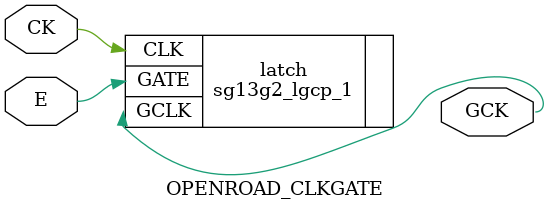
<source format=v>
module OPENROAD_CLKGATE (CK, E, GCK);
  input CK;
  input E;
  output GCK;

sg13g2_lgcp_1 latch (.CLK (CK), .GATE(E), .GCLK(GCK));

endmodule

</source>
